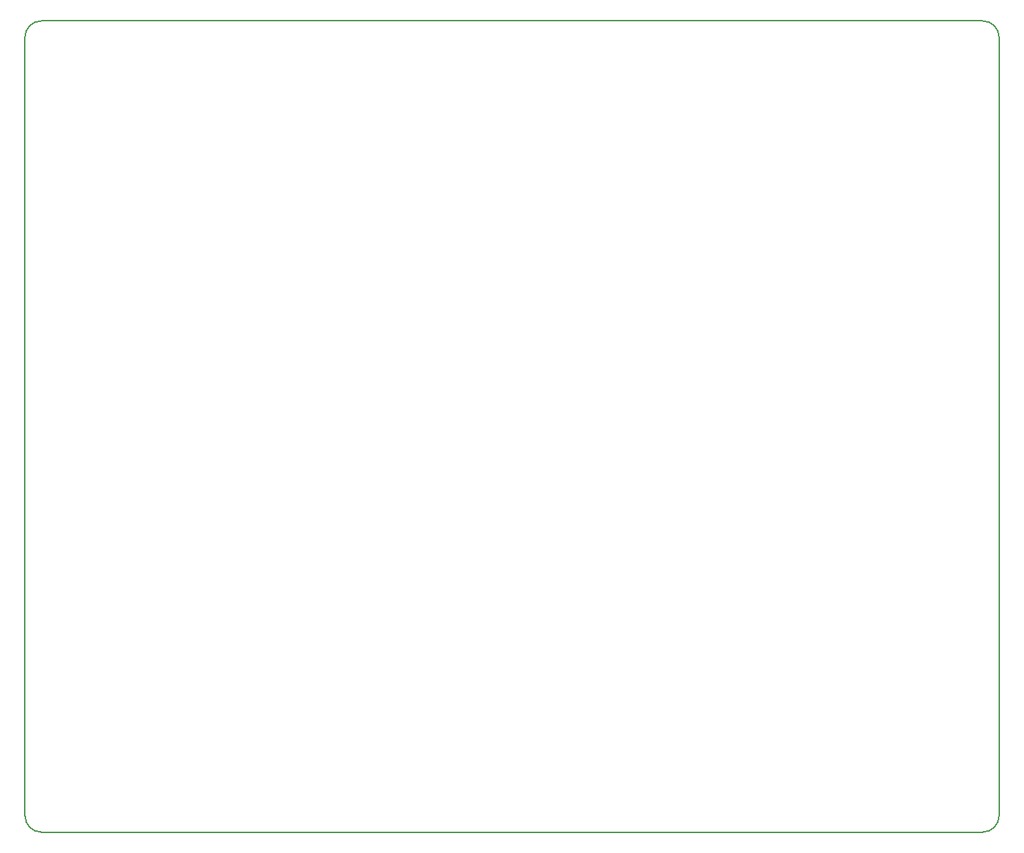
<source format=gbr>
G04 start of page 6 for group 4 idx 4 *
G04 Title: HETEPTANA, outline *
G04 Creator: pcb 1.99z *
G04 CreationDate: Mo 30 Mär 2015 16:46:13 GMT UTC *
G04 For: stephan *
G04 Format: Gerber/RS-274X *
G04 PCB-Dimensions (mil): 5511.81 4724.41 *
G04 PCB-Coordinate-Origin: lower left *
%MOIN*%
%FSLAX25Y25*%
%LNOUTLINE*%
%ADD94C,0.0060*%
G54D94*X39370Y425197D02*Y47244D01*
X47244Y39370D02*X503937D01*
X511811Y47244D02*Y425197D01*
X503937Y433071D02*X47244D01*
X511811Y425197D02*G75*G03X503937Y433071I-7874J0D01*G01*
X47244D02*G75*G03X39370Y425197I0J-7874D01*G01*
Y47244D02*G75*G03X47244Y39370I7874J0D01*G01*
X503937D02*G75*G03X511811Y47244I0J7874D01*G01*
M02*

</source>
